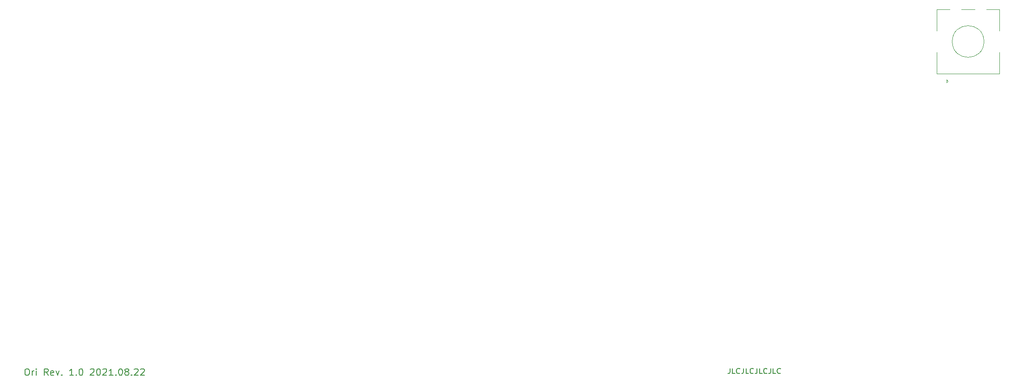
<source format=gto>
G04 #@! TF.GenerationSoftware,KiCad,Pcbnew,(5.1.10-1-10_14)*
G04 #@! TF.CreationDate,2021-08-22T11:15:42-05:00*
G04 #@! TF.ProjectId,ori,6f72692e-6b69-4636-9164-5f7063625858,rev?*
G04 #@! TF.SameCoordinates,Original*
G04 #@! TF.FileFunction,Legend,Top*
G04 #@! TF.FilePolarity,Positive*
%FSLAX46Y46*%
G04 Gerber Fmt 4.6, Leading zero omitted, Abs format (unit mm)*
G04 Created by KiCad (PCBNEW (5.1.10-1-10_14)) date 2021-08-22 11:15:42*
%MOMM*%
%LPD*%
G01*
G04 APERTURE LIST*
%ADD10C,0.200000*%
%ADD11C,0.150000*%
%ADD12C,0.120000*%
%ADD13C,4.500000*%
%ADD14C,0.800000*%
%ADD15C,2.540000*%
%ADD16C,1.701800*%
%ADD17C,3.987800*%
%ADD18R,2.000000X2.000000*%
%ADD19C,2.000000*%
%ADD20R,2.000000X3.200000*%
%ADD21C,1.803400*%
%ADD22O,1.300000X1.900000*%
%ADD23C,0.650000*%
%ADD24O,1.300000X2.400000*%
G04 APERTURE END LIST*
D10*
X142042815Y-115220164D02*
X142280910Y-115220164D01*
X142399958Y-115279688D01*
X142519005Y-115398735D01*
X142578529Y-115636830D01*
X142578529Y-116053497D01*
X142519005Y-116291592D01*
X142399958Y-116410640D01*
X142280910Y-116470164D01*
X142042815Y-116470164D01*
X141923767Y-116410640D01*
X141804720Y-116291592D01*
X141745196Y-116053497D01*
X141745196Y-115636830D01*
X141804720Y-115398735D01*
X141923767Y-115279688D01*
X142042815Y-115220164D01*
X143114243Y-116470164D02*
X143114243Y-115636830D01*
X143114243Y-115874926D02*
X143173767Y-115755878D01*
X143233291Y-115696354D01*
X143352339Y-115636830D01*
X143471386Y-115636830D01*
X143888053Y-116470164D02*
X143888053Y-115636830D01*
X143888053Y-115220164D02*
X143828529Y-115279688D01*
X143888053Y-115339211D01*
X143947577Y-115279688D01*
X143888053Y-115220164D01*
X143888053Y-115339211D01*
X146149958Y-116470164D02*
X145733291Y-115874926D01*
X145435672Y-116470164D02*
X145435672Y-115220164D01*
X145911862Y-115220164D01*
X146030910Y-115279688D01*
X146090434Y-115339211D01*
X146149958Y-115458259D01*
X146149958Y-115636830D01*
X146090434Y-115755878D01*
X146030910Y-115815402D01*
X145911862Y-115874926D01*
X145435672Y-115874926D01*
X147161862Y-116410640D02*
X147042815Y-116470164D01*
X146804720Y-116470164D01*
X146685672Y-116410640D01*
X146626148Y-116291592D01*
X146626148Y-115815402D01*
X146685672Y-115696354D01*
X146804720Y-115636830D01*
X147042815Y-115636830D01*
X147161862Y-115696354D01*
X147221386Y-115815402D01*
X147221386Y-115934449D01*
X146626148Y-116053497D01*
X147638053Y-115636830D02*
X147935672Y-116470164D01*
X148233291Y-115636830D01*
X148709481Y-116351116D02*
X148769005Y-116410640D01*
X148709481Y-116470164D01*
X148649958Y-116410640D01*
X148709481Y-116351116D01*
X148709481Y-116470164D01*
X150911862Y-116470164D02*
X150197577Y-116470164D01*
X150554720Y-116470164D02*
X150554720Y-115220164D01*
X150435672Y-115398735D01*
X150316624Y-115517783D01*
X150197577Y-115577307D01*
X151447577Y-116351116D02*
X151507100Y-116410640D01*
X151447577Y-116470164D01*
X151388053Y-116410640D01*
X151447577Y-116351116D01*
X151447577Y-116470164D01*
X152280910Y-115220164D02*
X152399958Y-115220164D01*
X152519005Y-115279688D01*
X152578529Y-115339211D01*
X152638053Y-115458259D01*
X152697577Y-115696354D01*
X152697577Y-115993973D01*
X152638053Y-116232068D01*
X152578529Y-116351116D01*
X152519005Y-116410640D01*
X152399958Y-116470164D01*
X152280910Y-116470164D01*
X152161862Y-116410640D01*
X152102339Y-116351116D01*
X152042815Y-116232068D01*
X151983291Y-115993973D01*
X151983291Y-115696354D01*
X152042815Y-115458259D01*
X152102339Y-115339211D01*
X152161862Y-115279688D01*
X152280910Y-115220164D01*
X154126148Y-115339211D02*
X154185672Y-115279688D01*
X154304720Y-115220164D01*
X154602339Y-115220164D01*
X154721386Y-115279688D01*
X154780910Y-115339211D01*
X154840434Y-115458259D01*
X154840434Y-115577307D01*
X154780910Y-115755878D01*
X154066624Y-116470164D01*
X154840434Y-116470164D01*
X155614243Y-115220164D02*
X155733291Y-115220164D01*
X155852339Y-115279688D01*
X155911862Y-115339211D01*
X155971386Y-115458259D01*
X156030910Y-115696354D01*
X156030910Y-115993973D01*
X155971386Y-116232068D01*
X155911862Y-116351116D01*
X155852339Y-116410640D01*
X155733291Y-116470164D01*
X155614243Y-116470164D01*
X155495196Y-116410640D01*
X155435672Y-116351116D01*
X155376148Y-116232068D01*
X155316624Y-115993973D01*
X155316624Y-115696354D01*
X155376148Y-115458259D01*
X155435672Y-115339211D01*
X155495196Y-115279688D01*
X155614243Y-115220164D01*
X156507100Y-115339211D02*
X156566624Y-115279688D01*
X156685672Y-115220164D01*
X156983291Y-115220164D01*
X157102339Y-115279688D01*
X157161862Y-115339211D01*
X157221386Y-115458259D01*
X157221386Y-115577307D01*
X157161862Y-115755878D01*
X156447577Y-116470164D01*
X157221386Y-116470164D01*
X158411862Y-116470164D02*
X157697577Y-116470164D01*
X158054720Y-116470164D02*
X158054720Y-115220164D01*
X157935672Y-115398735D01*
X157816624Y-115517783D01*
X157697577Y-115577307D01*
X158947577Y-116351116D02*
X159007100Y-116410640D01*
X158947577Y-116470164D01*
X158888053Y-116410640D01*
X158947577Y-116351116D01*
X158947577Y-116470164D01*
X159780910Y-115220164D02*
X159899958Y-115220164D01*
X160019005Y-115279688D01*
X160078529Y-115339211D01*
X160138053Y-115458259D01*
X160197577Y-115696354D01*
X160197577Y-115993973D01*
X160138053Y-116232068D01*
X160078529Y-116351116D01*
X160019005Y-116410640D01*
X159899958Y-116470164D01*
X159780910Y-116470164D01*
X159661862Y-116410640D01*
X159602339Y-116351116D01*
X159542815Y-116232068D01*
X159483291Y-115993973D01*
X159483291Y-115696354D01*
X159542815Y-115458259D01*
X159602339Y-115339211D01*
X159661862Y-115279688D01*
X159780910Y-115220164D01*
X160911862Y-115755878D02*
X160792815Y-115696354D01*
X160733291Y-115636830D01*
X160673767Y-115517783D01*
X160673767Y-115458259D01*
X160733291Y-115339211D01*
X160792815Y-115279688D01*
X160911862Y-115220164D01*
X161149958Y-115220164D01*
X161269005Y-115279688D01*
X161328529Y-115339211D01*
X161388053Y-115458259D01*
X161388053Y-115517783D01*
X161328529Y-115636830D01*
X161269005Y-115696354D01*
X161149958Y-115755878D01*
X160911862Y-115755878D01*
X160792815Y-115815402D01*
X160733291Y-115874926D01*
X160673767Y-115993973D01*
X160673767Y-116232068D01*
X160733291Y-116351116D01*
X160792815Y-116410640D01*
X160911862Y-116470164D01*
X161149958Y-116470164D01*
X161269005Y-116410640D01*
X161328529Y-116351116D01*
X161388053Y-116232068D01*
X161388053Y-115993973D01*
X161328529Y-115874926D01*
X161269005Y-115815402D01*
X161149958Y-115755878D01*
X161923767Y-116351116D02*
X161983291Y-116410640D01*
X161923767Y-116470164D01*
X161864243Y-116410640D01*
X161923767Y-116351116D01*
X161923767Y-116470164D01*
X162459481Y-115339211D02*
X162519005Y-115279688D01*
X162638053Y-115220164D01*
X162935672Y-115220164D01*
X163054720Y-115279688D01*
X163114243Y-115339211D01*
X163173767Y-115458259D01*
X163173767Y-115577307D01*
X163114243Y-115755878D01*
X162399958Y-116470164D01*
X163173767Y-116470164D01*
X163649958Y-115339211D02*
X163709481Y-115279688D01*
X163828529Y-115220164D01*
X164126148Y-115220164D01*
X164245196Y-115279688D01*
X164304720Y-115339211D01*
X164364243Y-115458259D01*
X164364243Y-115577307D01*
X164304720Y-115755878D01*
X163590434Y-116470164D01*
X164364243Y-116470164D01*
D11*
X275177657Y-115141382D02*
X275177657Y-115855668D01*
X275130038Y-115998525D01*
X275034800Y-116093763D01*
X274891943Y-116141382D01*
X274796705Y-116141382D01*
X276130038Y-116141382D02*
X275653847Y-116141382D01*
X275653847Y-115141382D01*
X277034800Y-116046144D02*
X276987181Y-116093763D01*
X276844324Y-116141382D01*
X276749085Y-116141382D01*
X276606228Y-116093763D01*
X276510990Y-115998525D01*
X276463371Y-115903287D01*
X276415752Y-115712811D01*
X276415752Y-115569954D01*
X276463371Y-115379478D01*
X276510990Y-115284240D01*
X276606228Y-115189002D01*
X276749085Y-115141382D01*
X276844324Y-115141382D01*
X276987181Y-115189002D01*
X277034800Y-115236621D01*
X277749085Y-115141382D02*
X277749085Y-115855668D01*
X277701466Y-115998525D01*
X277606228Y-116093763D01*
X277463371Y-116141382D01*
X277368133Y-116141382D01*
X278701466Y-116141382D02*
X278225276Y-116141382D01*
X278225276Y-115141382D01*
X279606228Y-116046144D02*
X279558609Y-116093763D01*
X279415752Y-116141382D01*
X279320514Y-116141382D01*
X279177657Y-116093763D01*
X279082419Y-115998525D01*
X279034800Y-115903287D01*
X278987181Y-115712811D01*
X278987181Y-115569954D01*
X279034800Y-115379478D01*
X279082419Y-115284240D01*
X279177657Y-115189002D01*
X279320514Y-115141382D01*
X279415752Y-115141382D01*
X279558609Y-115189002D01*
X279606228Y-115236621D01*
X280320514Y-115141382D02*
X280320514Y-115855668D01*
X280272895Y-115998525D01*
X280177657Y-116093763D01*
X280034800Y-116141382D01*
X279939562Y-116141382D01*
X281272895Y-116141382D02*
X280796705Y-116141382D01*
X280796705Y-115141382D01*
X282177657Y-116046144D02*
X282130038Y-116093763D01*
X281987181Y-116141382D01*
X281891943Y-116141382D01*
X281749085Y-116093763D01*
X281653847Y-115998525D01*
X281606228Y-115903287D01*
X281558609Y-115712811D01*
X281558609Y-115569954D01*
X281606228Y-115379478D01*
X281653847Y-115284240D01*
X281749085Y-115189002D01*
X281891943Y-115141382D01*
X281987181Y-115141382D01*
X282130038Y-115189002D01*
X282177657Y-115236621D01*
X282891943Y-115141382D02*
X282891943Y-115855668D01*
X282844324Y-115998525D01*
X282749085Y-116093763D01*
X282606228Y-116141382D01*
X282510990Y-116141382D01*
X283844324Y-116141382D02*
X283368133Y-116141382D01*
X283368133Y-115141382D01*
X284749085Y-116046144D02*
X284701466Y-116093763D01*
X284558609Y-116141382D01*
X284463371Y-116141382D01*
X284320514Y-116093763D01*
X284225276Y-115998525D01*
X284177657Y-115903287D01*
X284130038Y-115712811D01*
X284130038Y-115569954D01*
X284177657Y-115379478D01*
X284225276Y-115284240D01*
X284320514Y-115189002D01*
X284463371Y-115141382D01*
X284558609Y-115141382D01*
X284701466Y-115189002D01*
X284749085Y-115236621D01*
D12*
X323752725Y-47093950D02*
X326152725Y-47093950D01*
X318952725Y-47093950D02*
X321552725Y-47093950D01*
X314352725Y-47093950D02*
X316752725Y-47093950D01*
X316152725Y-60393950D02*
X316452725Y-60693950D01*
X316152725Y-60993950D02*
X316152725Y-60393950D01*
X316452725Y-60693950D02*
X316152725Y-60993950D01*
X314352725Y-59293950D02*
X326152725Y-59293950D01*
X314352725Y-55193950D02*
X314352725Y-59293950D01*
X326152725Y-55193950D02*
X326152725Y-59293950D01*
X326152725Y-47093950D02*
X326152725Y-51193950D01*
X314352725Y-51193950D02*
X314352725Y-47093950D01*
X323252725Y-53193950D02*
G75*
G03*
X323252725Y-53193950I-3000000J0D01*
G01*
%LPC*%
D13*
X96440641Y-62706266D03*
X153590689Y-100806298D03*
X286940801Y-62706266D03*
X286940801Y-100806298D03*
X229790753Y-62706266D03*
X153590689Y-62706266D03*
X229790753Y-100806298D03*
X96440641Y-100806298D03*
X310753321Y-100806298D03*
X310753321Y-62706266D03*
D14*
X304204878Y-75248000D03*
X304204878Y-73724000D03*
X304204878Y-69152000D03*
X304204878Y-70676000D03*
X304204878Y-72200000D03*
X304204878Y-94329290D03*
X304204878Y-92805290D03*
X304204878Y-88233290D03*
X304204878Y-89757290D03*
X304204878Y-91281290D03*
X304799995Y-113248000D03*
X304799995Y-111724000D03*
X304799995Y-107152000D03*
X304799995Y-108676000D03*
X304799995Y-110200000D03*
X304204878Y-56229258D03*
X304204878Y-54705258D03*
X304204878Y-50133258D03*
X304204878Y-51657258D03*
X304204878Y-53181258D03*
D15*
X316468185Y-69691370D03*
X322818185Y-67151370D03*
D16*
X325358185Y-72231370D03*
X315198185Y-72231370D03*
D17*
X320278185Y-72231370D03*
D15*
X121205625Y-50641250D03*
X127555625Y-48101250D03*
D16*
X130095625Y-53181250D03*
X119935625Y-53181250D03*
D17*
X125015625Y-53181250D03*
D15*
X316468185Y-107791530D03*
X322818185Y-105251530D03*
D16*
X325358185Y-110331530D03*
X315198185Y-110331530D03*
D17*
X320278185Y-110331530D03*
D18*
X317752725Y-60693950D03*
D19*
X320252725Y-60693950D03*
X322752725Y-60693950D03*
D20*
X314652725Y-53193950D03*
X325852725Y-53193950D03*
D19*
X317752725Y-46193950D03*
X322752725Y-46193950D03*
G36*
G01*
X192448100Y-55649150D02*
X192448100Y-56550850D01*
G75*
G02*
X191997250Y-57001700I-450850J0D01*
G01*
X191095550Y-57001700D01*
G75*
G02*
X190644700Y-56550850I0J450850D01*
G01*
X190644700Y-55649150D01*
G75*
G02*
X191095550Y-55198300I450850J0D01*
G01*
X191997250Y-55198300D01*
G75*
G02*
X192448100Y-55649150I0J-450850D01*
G01*
G37*
D21*
X191140000Y-58640000D03*
X191546400Y-61180000D03*
X191140000Y-63720000D03*
X191546400Y-66260000D03*
X191140000Y-68800000D03*
D22*
X111189825Y-43258627D03*
D23*
X112599825Y-46907627D03*
X118379825Y-46907627D03*
D22*
X119789825Y-43258627D03*
D24*
X119789825Y-47458627D03*
X111189825Y-47458627D03*
D17*
X320278125Y-53181250D03*
D16*
X315198125Y-53181250D03*
X325358125Y-53181250D03*
D15*
X322818125Y-48101250D03*
X316468125Y-50641250D03*
X316468185Y-88741450D03*
X322818185Y-86201450D03*
D16*
X325358185Y-91281450D03*
X315198185Y-91281450D03*
D17*
X320278185Y-91281450D03*
D15*
X83105625Y-50641250D03*
X89455625Y-48101250D03*
D16*
X91995625Y-53181250D03*
X81835625Y-53181250D03*
D17*
X86915625Y-53181250D03*
D15*
X102155625Y-50641250D03*
X108505625Y-48101250D03*
D16*
X111045625Y-53181250D03*
X100885625Y-53181250D03*
D17*
X105965625Y-53181250D03*
X144065625Y-53181250D03*
D16*
X138985625Y-53181250D03*
X149145625Y-53181250D03*
D15*
X146605625Y-48101250D03*
X140255625Y-50641250D03*
X159305625Y-50641250D03*
X165655625Y-48101250D03*
D16*
X168195625Y-53181250D03*
X158035625Y-53181250D03*
D17*
X163115625Y-53181250D03*
D15*
X178355625Y-50641250D03*
X184705625Y-48101250D03*
D16*
X187245625Y-53181250D03*
X177085625Y-53181250D03*
D17*
X182165625Y-53181250D03*
D15*
X197405625Y-50641250D03*
X203755625Y-48101250D03*
D16*
X206295625Y-53181250D03*
X196135625Y-53181250D03*
D17*
X201215625Y-53181250D03*
D15*
X216455625Y-50641250D03*
X222805625Y-48101250D03*
D16*
X225345625Y-53181250D03*
X215185625Y-53181250D03*
D17*
X220265625Y-53181250D03*
D15*
X235505625Y-50641250D03*
X241855625Y-48101250D03*
D16*
X244395625Y-53181250D03*
X234235625Y-53181250D03*
D17*
X239315625Y-53181250D03*
D15*
X254555625Y-50641250D03*
X260905625Y-48101250D03*
D16*
X263445625Y-53181250D03*
X253285625Y-53181250D03*
D17*
X258365625Y-53181250D03*
D15*
X273605625Y-50641250D03*
X279955625Y-48101250D03*
D16*
X282495625Y-53181250D03*
X272335625Y-53181250D03*
D17*
X277415625Y-53181250D03*
D15*
X292655625Y-50641250D03*
X299005625Y-48101250D03*
D16*
X301545625Y-53181250D03*
X291385625Y-53181250D03*
D17*
X296465625Y-53181250D03*
D15*
X83105625Y-69691250D03*
X89455625Y-67151250D03*
D16*
X91995625Y-72231250D03*
X81835625Y-72231250D03*
D17*
X86915625Y-72231250D03*
D15*
X102155625Y-69691250D03*
X108505625Y-67151250D03*
D16*
X111045625Y-72231250D03*
X100885625Y-72231250D03*
D17*
X105965625Y-72231250D03*
D15*
X121205625Y-69691250D03*
X127555625Y-67151250D03*
D16*
X130095625Y-72231250D03*
X119935625Y-72231250D03*
D17*
X125015625Y-72231250D03*
D15*
X140260799Y-69691250D03*
X146610799Y-67151250D03*
D16*
X149150799Y-72231250D03*
X138990799Y-72231250D03*
D17*
X144070799Y-72231250D03*
D15*
X159305625Y-69691250D03*
X165655625Y-67151250D03*
D16*
X168195625Y-72231250D03*
X158035625Y-72231250D03*
D17*
X163115625Y-72231250D03*
D15*
X178355625Y-69691250D03*
X184705625Y-67151250D03*
D16*
X187245625Y-72231250D03*
X177085625Y-72231250D03*
D17*
X182165625Y-72231250D03*
D15*
X197405625Y-69691250D03*
X203755625Y-67151250D03*
D16*
X206295625Y-72231250D03*
X196135625Y-72231250D03*
D17*
X201215625Y-72231250D03*
D15*
X216455625Y-69691250D03*
X222805625Y-67151250D03*
D16*
X225345625Y-72231250D03*
X215185625Y-72231250D03*
D17*
X220265625Y-72231250D03*
D15*
X235505625Y-69691250D03*
X241855625Y-67151250D03*
D16*
X244395625Y-72231250D03*
X234235625Y-72231250D03*
D17*
X239315625Y-72231250D03*
D15*
X254555625Y-69691250D03*
X260905625Y-67151250D03*
D16*
X263445625Y-72231250D03*
X253285625Y-72231250D03*
D17*
X258365625Y-72231250D03*
D15*
X273605625Y-69691250D03*
X279955625Y-67151250D03*
D16*
X282495625Y-72231250D03*
X272335625Y-72231250D03*
D17*
X277415625Y-72231250D03*
D15*
X292655625Y-69691250D03*
X299005625Y-67151250D03*
D16*
X301545625Y-72231250D03*
X291385625Y-72231250D03*
D17*
X296465625Y-72231250D03*
D15*
X83105625Y-88741250D03*
X89455625Y-86201250D03*
D16*
X91995625Y-91281250D03*
X81835625Y-91281250D03*
D17*
X86915625Y-91281250D03*
D15*
X102155625Y-88741250D03*
X108505625Y-86201250D03*
D16*
X111045625Y-91281250D03*
X100885625Y-91281250D03*
D17*
X105965625Y-91281250D03*
D15*
X121205625Y-88741250D03*
X127555625Y-86201250D03*
D16*
X130095625Y-91281250D03*
X119935625Y-91281250D03*
D17*
X125015625Y-91281250D03*
D15*
X140255625Y-88741250D03*
X146605625Y-86201250D03*
D16*
X149145625Y-91281250D03*
X138985625Y-91281250D03*
D17*
X144065625Y-91281250D03*
D15*
X159305625Y-88741250D03*
X165655625Y-86201250D03*
D16*
X168195625Y-91281250D03*
X158035625Y-91281250D03*
D17*
X163115625Y-91281250D03*
D15*
X178355625Y-88741250D03*
X184705625Y-86201250D03*
D16*
X187245625Y-91281250D03*
X177085625Y-91281250D03*
D17*
X182165625Y-91281250D03*
D15*
X216455625Y-88741250D03*
X222805625Y-86201250D03*
D16*
X225345625Y-91281250D03*
X215185625Y-91281250D03*
D17*
X220265625Y-91281250D03*
D15*
X235505625Y-88741250D03*
X241855625Y-86201250D03*
D16*
X244395625Y-91281250D03*
X234235625Y-91281250D03*
D17*
X239315625Y-91281250D03*
D15*
X254555625Y-88741250D03*
X260905625Y-86201250D03*
D16*
X263445625Y-91281250D03*
X253285625Y-91281250D03*
D17*
X258365625Y-91281250D03*
D15*
X273605625Y-88741250D03*
X279955625Y-86201250D03*
D16*
X282495625Y-91281250D03*
X272335625Y-91281250D03*
D17*
X277415625Y-91281250D03*
D15*
X83105625Y-107791250D03*
X89455625Y-105251250D03*
D16*
X91995625Y-110331250D03*
X81835625Y-110331250D03*
D17*
X86915625Y-110331250D03*
D15*
X102155625Y-107791250D03*
X108505625Y-105251250D03*
D16*
X111045625Y-110331250D03*
X100885625Y-110331250D03*
D17*
X105965625Y-110331250D03*
D15*
X121205625Y-107791250D03*
X127555625Y-105251250D03*
D16*
X130095625Y-110331250D03*
X119935625Y-110331250D03*
D17*
X125015625Y-110331250D03*
D15*
X140255625Y-107791250D03*
X146605625Y-105251250D03*
D16*
X149145625Y-110331250D03*
X138985625Y-110331250D03*
D17*
X144065625Y-110331250D03*
D15*
X159305625Y-107791250D03*
X165655625Y-105251250D03*
D16*
X168195625Y-110331250D03*
X158035625Y-110331250D03*
D17*
X163115625Y-110331250D03*
D15*
X178355625Y-107791250D03*
X184705625Y-105251250D03*
D16*
X187245625Y-110331250D03*
X177085625Y-110331250D03*
D17*
X182165625Y-110331250D03*
D15*
X216455625Y-107791250D03*
X222805625Y-105251250D03*
D16*
X225345625Y-110331250D03*
X215185625Y-110331250D03*
D17*
X220265625Y-110331250D03*
D15*
X235505625Y-107791250D03*
X241855625Y-105251250D03*
D16*
X244395625Y-110331250D03*
X234235625Y-110331250D03*
D17*
X239315625Y-110331250D03*
D15*
X254555625Y-107791250D03*
X260905625Y-105251250D03*
D16*
X263445625Y-110331250D03*
X253285625Y-110331250D03*
D17*
X258365625Y-110331250D03*
D15*
X273605625Y-107791250D03*
X279955625Y-105251250D03*
D16*
X282495625Y-110331250D03*
X272335625Y-110331250D03*
D17*
X277415625Y-110331250D03*
D15*
X197405625Y-88741250D03*
X203755625Y-86201250D03*
D16*
X206295625Y-91281250D03*
X196135625Y-91281250D03*
D17*
X201215625Y-91281250D03*
D15*
X197405625Y-107791250D03*
X203755625Y-105251250D03*
D16*
X206295625Y-110331250D03*
X196135625Y-110331250D03*
D17*
X201215625Y-110331250D03*
D15*
X292655625Y-88741250D03*
X299005625Y-86201250D03*
D16*
X301545625Y-91281250D03*
X291385625Y-91281250D03*
D17*
X296465625Y-91281250D03*
D15*
X292655625Y-107791250D03*
X299005625Y-105251250D03*
D16*
X301545625Y-110331250D03*
X291385625Y-110331250D03*
D17*
X296465625Y-110331250D03*
M02*

</source>
